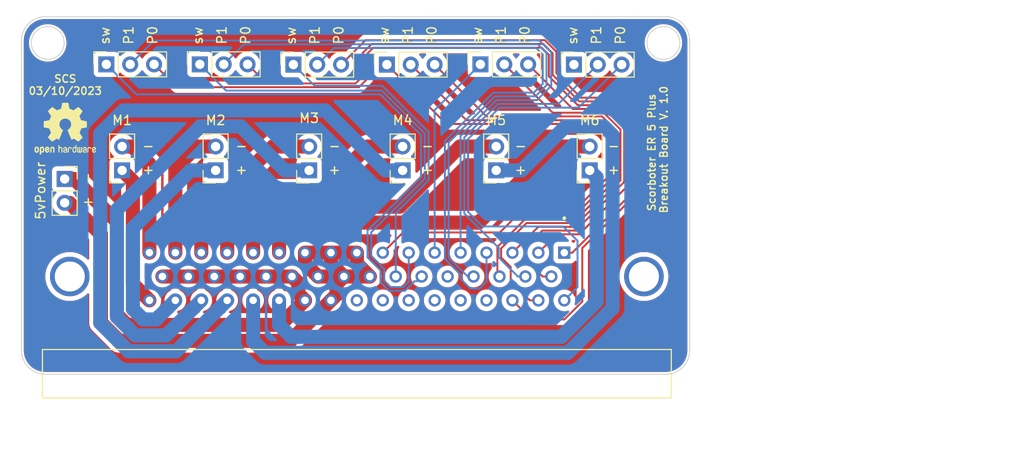
<source format=kicad_pcb>
(kicad_pcb (version 20221018) (generator pcbnew)
  (title_block (title "Scorboter ER 5 Plus Breakou Board") (date "2023-10-03") (rev "1") (company "Samir Chamán Serna") (comment 1 "Open Source") (comment 2 "My First PCB :)"))
  (layers (0 "F.Cu" signal) (31 "B.Cu" signal) (34 "B.Paste" user) (35 "F.Paste" user) (36 "B.SilkS" user "B.Silkscreen") (37 "F.SilkS" user "F.Silkscreen") (38 "B.Mask" user) (39 "F.Mask" user) (44 "Edge.Cuts" user))
  (net 0 "")
  (net 1 "sw1")
  (net 2 "e1P1")
  (net 3 "e1P0")
  (net 4 "sw2")
  (net 5 "e2P1")
  (net 6 "e2P0")
  (net 7 "sw3")
  (net 8 "e3P1")
  (net 9 "e3P0")
  (net 10 "sw4")
  (net 11 "e4P1")
  (net 12 "e4P0")
  (net 13 "sw5")
  (net 14 "e5P1")
  (net 15 "e5P0")
  (net 17 "e6P1")
  (net 18 "e6P0")
  (net 19 "+5V")
  (net 20 "M1-")
  (net 21 "M3-")
  (net 23 "M1+")
  (net 24 "M2+")
  (net 25 "M3+")
  (net 26 "M4+")
  (net 27 "M5+")
  (net 28 "M6+")
  (net 33 "M4-")
  (net 34 "M2-")
  (net 35 "M6-")
  (net 36 "GND")
  (net 39 "M5-")
  (footprint "Connector_PinSocket_2.54mm:PinSocket_1x02_P2.54mm_Vertical" (layer "F.Cu") (at 124.8043 107.816 180)
    (fp_text reference "M2" (at 0 5.334) (layer "F.SilkS"))
    (fp_text value "M20-9990246")
    (pad "1" thru_hole rect locked (at 0 0 180) (size 1.7 1.7) (drill 1) (layers "*.Cu" "*.Mask") (net 24 "M2+"))
    (pad "2" thru_hole oval locked (at 0 2.54 180) (size 1.7 1.7) (drill 1) (layers "*.Cu" "*.Mask") (net 34 "M2-"))
  )
  (footprint "Connector_PinSocket_2.54mm:PinSocket_1x02_P2.54mm_Vertical" (layer "F.Cu") (at 114.8505 107.816 180)
    (fp_text reference "M1" (at 0 5.334) (layer "F.SilkS"))
    (fp_text value "M20-9990246")
    (pad "1" thru_hole rect locked (at 0 0 180) (size 1.7 1.7) (drill 1) (layers "*.Cu" "*.Mask") (net 23 "M1+"))
    (pad "2" thru_hole oval locked (at 0 2.54 180) (size 1.7 1.7) (drill 1) (layers "*.Cu" "*.Mask") (net 20 "M1-"))
  )
  (footprint "Connector_PinSocket_2.54mm:PinSocket_1x03_P2.54mm_Vertical" (layer "F.Cu") (at 143.0339 96.545 90)
    (fp_text reference "e&sw4" hide)
    (fp_text value "61300311121")
    (pad "1" thru_hole rect (at 0 0 90) (size 1.7 1.7) (drill 1) (layers "*.Cu" "*.Mask") (net 10 "sw4"))
    (pad "2" thru_hole oval (at 0 2.54 90) (size 1.7 1.7) (drill 1) (layers "*.Cu" "*.Mask") (net 11 "e4P1"))
    (pad "3" thru_hole oval (at 0 5.08 90) (size 1.7 1.7) (drill 1) (layers "*.Cu" "*.Mask") (net 12 "e4P0"))
  )
  (footprint "Connector_PinSocket_2.54mm:PinSocket_1x03_P2.54mm_Vertical" (layer "F.Cu") (at 152.9877 96.52 90)
    (fp_text reference "e&sw5" hide)
    (fp_text value "61300311121")
    (pad "1" thru_hole rect (at 0 0 90) (size 1.7 1.7) (drill 1) (layers "*.Cu" "*.Mask") (net 13 "sw5"))
    (pad "2" thru_hole oval (at 0 2.54 90) (size 1.7 1.7) (drill 1) (layers "*.Cu" "*.Mask") (net 14 "e5P1"))
    (pad "3" thru_hole oval (at 0 5.08 90) (size 1.7 1.7) (drill 1) (layers "*.Cu" "*.Mask") (net 15 "e5P0"))
  )
  (footprint "Connector_PinSocket_2.54mm:PinSocket_1x03_P2.54mm_Vertical" (layer "F.Cu") (at 113.1725 96.52 90)
    (fp_text reference "e&sw1" hide)
    (fp_text value "61300311121")
    (pad "1" thru_hole rect (at 0 0 90) (size 1.7 1.7) (drill 1) (layers "*.Cu" "*.Mask") (net 1 "sw1"))
    (pad "2" thru_hole oval (at 0 2.54 90) (size 1.7 1.7) (drill 1) (layers "*.Cu" "*.Mask") (net 2 "e1P1"))
    (pad "3" thru_hole oval (at 0 5.08 90) (size 1.7 1.7) (drill 1) (layers "*.Cu" "*.Mask") (net 3 "e1P0"))
  )
  (footprint "Connector_PinSocket_2.54mm:PinSocket_1x02_P2.54mm_Vertical" (layer "F.Cu") (at 154.6657 107.816 180)
    (fp_text reference "M5" (at 0 5.334) (layer "F.SilkS"))
    (fp_text value "M20-9990246")
    (pad "1" thru_hole rect locked (at 0 0 180) (size 1.7 1.7) (drill 1) (layers "*.Cu" "*.Mask") (net 27 "M5+"))
    (pad "2" thru_hole oval locked (at 0 2.54 180) (size 1.7 1.7) (drill 1) (layers "*.Cu" "*.Mask") (net 39 "M5-"))
  )
  (footprint "Connector_PinSocket_2.54mm:PinSocket_1x02_P2.54mm_Vertical" (layer "F.Cu") (at 108.737 108.732)
    (fp_text reference "5vPower" (at -2.565 1.25 90) (layer "F.SilkS"))
    (fp_text value "M20-9990246")
    (pad "1" thru_hole rect locked (at 0 0) (size 1.7 1.7) (drill 1) (layers "*.Cu" "*.Mask") (net 36 "GND"))
    (pad "2" thru_hole oval locked (at 0 2.54) (size 1.7 1.7) (drill 1) (layers "*.Cu" "*.Mask") (net 19 "+5V"))
  )
  (footprint "Connector_PinSocket_2.54mm:PinSocket_1x03_P2.54mm_Vertical" (layer "F.Cu") (at 123.1263 96.52 90)
    (fp_text reference "e&sw2" hide)
    (fp_text value "61300311121")
    (pad "1" thru_hole rect (at 0 0 90) (size 1.7 1.7) (drill 1) (layers "*.Cu" "*.Mask") (net 4 "sw2"))
    (pad "2" thru_hole oval (at 0 2.54 90) (size 1.7 1.7) (drill 1) (layers "*.Cu" "*.Mask") (net 5 "e2P1"))
    (pad "3" thru_hole oval (at 0 5.08 90) (size 1.7 1.7) (drill 1) (layers "*.Cu" "*.Mask") (net 6 "e2P0"))
  )
  (footprint "Connector_PinSocket_2.54mm:PinSocket_1x03_P2.54mm_Vertical" (layer "F.Cu") (at 133.0801 96.545 90)
    (fp_text reference "e&sw3" hide)
    (fp_text value "61300311121")
    (pad "1" thru_hole rect (at 0 0 90) (size 1.7 1.7) (drill 1) (layers "*.Cu" "*.Mask") (net 7 "sw3"))
    (pad "2" thru_hole oval (at 0 2.54 90) (size 1.7 1.7) (drill 1) (layers "*.Cu" "*.Mask") (net 8 "e3P1"))
    (pad "3" thru_hole oval (at 0 5.08 90) (size 1.7 1.7) (drill 1) (layers "*.Cu" "*.Mask") (net 9 "e3P0"))
  )
  (footprint "Connector_PinSocket_2.54mm:PinSocket_1x02_P2.54mm_Vertical" (layer "F.Cu") (at 144.7119 107.816 180)
    (fp_text reference "M4" (at 0 5.334) (layer "F.SilkS"))
    (fp_text value "M20-9990246")
    (pad "1" thru_hole rect locked (at 0 0 180) (size 1.7 1.7) (drill 1) (layers "*.Cu" "*.Mask") (net 26 "M4+"))
    (pad "2" thru_hole oval locked (at 0 2.54 180) (size 1.7 1.7) (drill 1) (layers "*.Cu" "*.Mask") (net 33 "M4-"))
  )
  (footprint "SnapEDA:AMPHENOL_DD50S564TLF" (layer "F.Cu") (at 139.836 119.126)
    (fp_text reference "J1" hide)
    (fp_text value "DB-50")
    (pad "1" thru_hole rect locked (at 22.08 -2.54) (size 1.308 1.308) (drill 0.8) (layers "*.Cu" "*.Mask") (net 6 "e2P0"))
    (pad "2" thru_hole circle locked (at 19.32 -2.54) (size 1.308 1.308) (drill 0.8) (layers "*.Cu" "*.Mask") (net 3 "e1P0"))
    (pad "3" thru_hole circle locked (at 16.56 -2.54) (size 1.308 1.308) (drill 0.8) (layers "*.Cu" "*.Mask") (net 14 "e5P1"))
    (pad "4" thru_hole circle locked (at 13.8 -2.54) (size 1.308 1.308) (drill 0.8) (layers "*.Cu" "*.Mask") (net 8 "e3P1"))
    (pad "5" thru_hole circle locked (at 11.04 -2.54) (size 1.308 1.308) (drill 0.8) (layers "*.Cu" "*.Mask") (net 2 "e1P1"))
    (pad "6" thru_hole circle locked (at 8.28 -2.54) (size 1.308 1.308) (drill 0.8) (layers "*.Cu" "*.Mask") (net 13 "sw5"))
    (pad "7" thru_hole circle locked (at 5.52 -2.54) (size 1.308 1.308) (drill 0.8) (layers "*.Cu" "*.Mask") (net 4 "sw2"))
    (pad "8" thru_hole circle locked (at 2.76 -2.54) (size 1.308 1.308) (drill 0.8) (layers "*.Cu" "*.Mask") (net 10 "sw4"))
    (pad "9" thru_hole circle locked (at 0 -2.54) (size 1.308 1.308) (drill 0.8) (layers "*.Cu" "*.Mask") (net 19 "+5V"))
    (pad "10" thru_hole circle locked (at -2.76 -2.54) (size 1.308 1.308) (drill 0.8) (layers "*.Cu" "*.Mask") (net 19 "+5V"))
    (pad "11" thru_hole circle locked (at -5.52 -2.54) (size 1.308 1.308) (drill 0.8) (layers "*.Cu" "*.Mask") (net 19 "+5V"))
    (pad "12" thru_hole circle locked (at -8.28 -2.54) (size 1.308 1.308) (drill 0.8) (layers "*.Cu" "*.Mask") (net 35 "M6-"))
    (pad "13" thru_hole circle locked (at -11.04 -2.54) (size 1.308 1.308) (drill 0.8) (layers "*.Cu" "*.Mask") (net 39 "M5-"))
    (pad "14" thru_hole circle locked (at -13.8 -2.54) (size 1.308 1.308) (drill 0.8) (layers "*.Cu" "*.Mask") (net 33 "M4-"))
    (pad "15" thru_hole circle locked (at -16.56 -2.54) (size 1.308 1.308) (drill 0.8) (layers "*.Cu" "*.Mask") (net 21 "M3-"))
    (pad "16" thru_hole circle locked (at -19.32 -2.54) (size 1.308 1.308) (drill 0.8) (layers "*.Cu" "*.Mask") (net 34 "M2-"))
    (pad "17" thru_hole circle locked (at -22.08 -2.54) (size 1.308 1.308) (drill 0.8) (layers "*.Cu" "*.Mask") (net 20 "M1-"))
    (pad "18" thru_hole circle locked (at 20.7 0) (size 1.308 1.308) (drill 0.8) (layers "*.Cu" "*.Mask") (net 15 "e5P0"))
    (pad "19" thru_hole circle locked (at 17.94 0) (size 1.308 1.308) (drill 0.8) (layers "*.Cu" "*.Mask") (net 17 "e6P1"))
    (pad "20" thru_hole circle locked (at 15.18 0) (size 1.308 1.308) (drill 0.8) (layers "*.Cu" "*.Mask") (net 11 "e4P1"))
    (pad "21" thru_hole circle locked (at 12.42 0) (size 1.308 1.308) (drill 0.8) (layers "*.Cu" "*.Mask") (net 5 "e2P1"))
    (pad "22" thru_hole circle locked (at 9.66 0) (size 1.308 1.308) (drill 0.8) (layers "*.Cu" "*.Mask"))
    (pad "23" thru_hole circle locked (at 6.9 0) (size 1.308 1.308) (drill 0.8) (layers "*.Cu" "*.Mask") (net 1 "sw1"))
    (pad "24" thru_hole circle locked (at 4.14 0) (size 1.308 1.308) (drill 0.8) (layers "*.Cu" "*.Mask") (net 7 "sw3"))
    (pad "25" thru_hole circle locked (at 1.38 0) (size 1.308 1.308) (drill 0.8) (layers "*.Cu" "*.Mask") (net 19 "+5V"))
    (pad "26" thru_hole circle locked (at -1.38 0) (size 1.308 1.308) (drill 0.8) (layers "*.Cu" "*.Mask") (net 19 "+5V"))
    (pad "27" thru_hole circle locked (at -4.14 0) (size 1.308 1.308) (drill 0.8) (layers "*.Cu" "*.Mask") (net 19 "+5V"))
    (pad "28" thru_hole circle locked (at -6.9 0) (size 1.308 1.308) (drill 0.8) (layers "*.Cu" "*.Mask") (net 36 "GND"))
    (pad "29" thru_hole circle locked (at -9.66 0) (size 1.308 1.308) (drill 0.8) (layers "*.Cu" "*.Mask") (net 36 "GND"))
    (pad "30" thru_hole circle locked (at -12.42 0) (size 1.308 1.308) (drill 0.8) (layers "*.Cu" "*.Mask") (net 36 "GND"))
    (pad "31" thru_hole circle locked (at -15.18 0) (size 1.308 1.308) (drill 0.8) (layers "*.Cu" "*.Mask") (net 36 "GND"))
    (pad "32" thru_hole circle locked (at -17.94 0) (size 1.308 1.308) (drill 0.8) (layers "*.Cu" "*.Mask") (net 36 "GND"))
    (pad "33" thru_hole circle locked (at -20.7 0) (size 1.308 1.308) (drill 0.8) (layers "*.Cu" "*.Mask") (net 36 "GND"))
    (pad "34" thru_hole circle locked (at 22.08 2.54) (size 1.308 1.308) (drill 0.8) (layers "*.Cu" "*.Mask") (net 18 "e6P0"))
    (pad "35" thru_hole circle locked (at 19.32 2.54) (size 1.308 1.308) (drill 0.8) (layers "*.Cu" "*.Mask") (net 12 "e4P0"))
    (pad "36" thru_hole circle locked (at 16.56 2.54) (size 1.308 1.308) (drill 0.8) (layers "*.Cu" "*.Mask") (net 9 "e3P0"))
    (pad "37" thru_hole circle locked (at 13.8 2.54) (size 1.308 1.308) (drill 0.8) (layers "*.Cu" "*.Mask"))
    (pad "38" thru_hole circle locked (at 11.04 2.54) (size 1.308 1.308) (drill 0.8) (layers "*.Cu" "*.Mask"))
    (pad "39" thru_hole circle locked (at 8.28 2.54) (size 1.308 1.308) (drill 0.8) (layers "*.Cu" "*.Mask"))
    (pad "40" thru_hole circle locked (at 5.52 2.54) (size 1.308 1.308) (drill 0.8) (layers "*.Cu" "*.Mask"))
    (pad "41" thru_hole circle locked (at 2.76 2.54) (size 1.308 1.308) (drill 0.8) (layers "*.Cu" "*.Mask"))
    (pad "42" thru_hole circle locked (at 0 2.54) (size 1.308 1.308) (drill 0.8) (layers "*.Cu" "*.Mask"))
    (pad "43" thru_hole circle locked (at -2.76 2.54) (size 1.308 1.308) (drill 0.8) (layers "*.Cu" "*.Mask") (net 19 "+5V"))
    (pad "44" thru_hole circle locked (at -5.52 2.54) (size 1.308 1.308) (drill 0.8) (layers "*.Cu" "*.Mask") (net 36 "GND"))
    (pad "45" thru_hole circle locked (at -8.28 2.54) (size 1.308 1.308) (drill 0.8) (layers "*.Cu" "*.Mask") (net 28 "M6+"))
    (pad "46" thru_hole circle locked (at -11.04 2.54) (size 1.308 1.308) (drill 0.8) (layers "*.Cu" "*.Mask") (net 27 "M5+"))
    (pad "47" thru_hole circle locked (at -13.8 2.54) (size 1.308 1.308) (drill 0.8) (layers "*.Cu" "*.Mask") (net 26 "M4+"))
    (pad "48" thru_hole circle locked (at -16.56 2.54) (size 1.308 1.308) (drill 0.8) (layers "*.Cu" "*.Mask") (net 25 "M3+"))
    (pad "49" thru_hole circle locked (at -19.32 2.54) (size 1.308 1.308) (drill 0.8) (layers "*.Cu" "*.Mask") (net 24 "M2+"))
    (pad "50" thru_hole circle locked (at -22.08 2.54) (size 1.308 1.308) (drill 0.8) (layers "*.Cu" "*.Mask") (net 23 "M1+"))
    (pad "S1" thru_hole circle locked (at -30.555 0) (size 4.216 4.216) (drill 3.2) (layers "*.Cu" "*.Mask"))
    (pad "S2" thru_hole circle locked (at 30.555 0) (size 4.216 4.216) (drill 3.2) (layers "*.Cu" "*.Mask"))
  )
  (footprint "Connector_PinSocket_2.54mm:PinSocket_1x02_P2.54mm_Vertical" (layer "F.Cu") (at 164.6195 107.816 180)
    (fp_text reference "M6" (at 0 5.334) (layer "F.SilkS"))
    (fp_text value "M20-9990246")
    (pad "1" thru_hole rect locked (at 0 0 180) (size 1.7 1.7) (drill 1) (layers "*.Cu" "*.Mask") (net 28 "M6+"))
    (pad "2" thru_hole oval locked (at 0 2.54 180) (size 1.7 1.7) (drill 1) (layers "*.Cu" "*.Mask") (net 35 "M6-"))
  )
  (footprint "Symbol:OSHW-Logo2_7.3x6mm_SilkScreen" (layer "F.Cu") (at 108.80175 103.378)
    (fp_text reference "REF**" hide)
    (fp_text value "OSHW-Logo2_7.3x6mm_SilkScreen" hide)
  )
  (footprint "Connector_PinSocket_2.54mm:PinSocket_1x03_P2.54mm_Vertical" (layer "F.Cu") (at 162.9415 96.545 90)
    (fp_text reference "e&sw6" hide)
    (fp_text value "61300311121")
    (pad "1" thru_hole rect (at 0 0 90) (size 1.7 1.7) (drill 1) (layers "*.Cu" "*.Mask"))
    (pad "2" thru_hole oval (at 0 2.54 90) (size 1.7 1.7) (drill 1) (layers "*.Cu" "*.Mask") (net 17 "e6P1"))
    (pad "3" thru_hole oval (at 0 5.08 90) (size 1.7 1.7) (drill 1) (layers "*.Cu" "*.Mask") (net 18 "e6P0"))
  )
  (footprint "Connector_PinSocket_2.54mm:PinSocket_1x02_P2.54mm_Vertical" (layer "F.Cu") (at 134.7581 107.816 180)
    (fp_text reference "M3" (at 0 5.564) (layer "F.SilkS"))
    (fp_text value "M20-9990246")
    (pad "1" thru_hole rect locked (at 0 0 180) (size 1.7 1.7) (drill 1) (layers "*.Cu" "*.Mask") (net 25 "M3+"))
    (pad "2" thru_hole oval locked (at 0 2.54 180) (size 1.7 1.7) (drill 1) (layers "*.Cu" "*.Mask") (net 21 "M3-"))
  )
  (gr_arc (start 175.26 127) (mid 174.516051 128.796051) (end 172.72 129.54) (stroke (width 0.1)) (layer "Edge.Cuts"))
  (gr_arc (start 106.68 129.54) (mid 104.883949 128.796051) (end 104.14 127) (stroke (width 0.1)) (layer "Edge.Cuts"))
  (gr_rect (start 210.82 97.586) (end 210.82 97.586) (stroke (width 0.1)) (fill none) (layer "Edge.Cuts"))
  (gr_arc (start 172.72 91.44) (mid 174.516051 92.183949) (end 175.26 93.98) (stroke (width 0.1)) (layer "Edge.Cuts"))
  (gr_line (start 175.26 127) (end 175.26 93.98) (stroke (width 0.1)) (layer "Edge.Cuts"))
  (gr_line (start 106.68 129.54) (end 172.72 129.54) (stroke (width 0.1)) (layer "Edge.Cuts"))
  (gr_line (start 172.72 91.44) (end 106.68 91.44) (stroke (width 0.1)) (layer "Edge.Cuts"))
  (gr_arc (start 104.14 93.98) (mid 104.883949 92.183949) (end 106.68 91.44) (stroke (width 0.1)) (layer "Edge.Cuts"))
  (gr_circle (center 106.934 94.234) (end 108.684 94.234) (stroke (width 0.1)) (fill none) (layer "Edge.Cuts"))
  (gr_line (start 104.14 93.98) (end 104.14 127) (stroke (width 0.1)) (layer "Edge.Cuts"))
  (gr_circle (center 172.466 94.234) (end 174.216 94.234) (stroke (width 0.1)) (fill none) (layer "Edge.Cuts"))
  (gr_text locked "-" (at 167.894 104.768 180) (layer "F.SilkS") (effects (font (size 1 1)) (justify left bottom)))
  (gr_text locked "-" (at 110.744 107.95 -90) (layer "F.SilkS") (effects (font (size 1 1)) (justify left bottom)))
  (gr_text locked "sw" (at 163.382 94.488 90) (layer "F.SilkS") (effects (font (size 1 1)) (justify left bottom)))
  (gr_text locked "+" (at 128.27 107.308 180) (layer "F.SilkS") (effects (font (size 1 1)) (justify left bottom)))
  (gr_text locked "P1" (at 126.044 94.488 90) (layer "F.SilkS") (effects (font (size 1 1)) (justify left bottom)))
  (gr_text locked "P0" (at 168.462 94.488 90) (layer "F.SilkS") (effects (font (size 1 1)) (justify left bottom)))
  (gr_text locked "P1" (at 145.856 94.488 90) (layer "F.SilkS") (effects (font (size 1 1)) (justify left bottom)))
  (gr_text locked "sw" (at 123.504 94.488 90) (layer "F.SilkS") (effects (font (size 1 1)) (justify left bottom)))
  (gr_text locked "-" (at 148.082 104.768 180) (layer "F.SilkS") (effects (font (size 1 1)) (justify left bottom)))
  (gr_text "SCS\n03/10/2023" (at 108.80175 99.822) (layer "F.SilkS") (effects (font (size 0.8 0.8) (thickness 0.15) bold) (justify bottom)))
  (gr_text locked "sw" (at 153.222 94.488 90) (layer "F.SilkS") (effects (font (size 1 1)) (justify left bottom)))
  (gr_text locked "sw" (at 143.316 94.488 90) (layer "F.SilkS") (effects (font (size 1 1)) (justify left bottom)))
  (gr_text locked "P0" (at 128.584 94.488 90) (layer "F.SilkS") (effects (font (size 1 1)) (justify left bottom)))
  (gr_text locked "-" (at 157.988 104.768 180) (layer "F.SilkS") (effects (font (size 1 1)) (justify left bottom)))
  (gr_text locked "P1" (at 155.762 94.488 90) (layer "F.SilkS") (effects (font (size 1 1)) (justify left bottom)))
  (gr_text locked "P1" (at 165.922 94.488 90) (layer "F.SilkS") (effects (font (size 1 1)) (justify left bottom)))
  (gr_text locked "P1" (at 135.95 94.488 90) (layer "F.SilkS") (effects (font (size 1 1)) (justify left bottom)))
  (gr_text locked "P0" (at 118.678 94.488 90) (layer "F.SilkS") (effects (font (size 1 1)) (justify left bottom)))
  (gr_text locked "sw" (at 113.598 94.488 90) (layer "F.SilkS") (effects (font (size 1 1)) (justify left bottom)))
  (gr_text locked "+" (at 148.082 107.308 180) (layer "F.SilkS") (effects (font (size 1 1)) (justify left bottom)))
  (gr_text "Scorboter ER 5 Plus \nBreakout Board V. 1.0" (at 172.974 105.602751 90) (layer "F.SilkS") (effects (font (size 0.8 0.8) (thickness 0.15) bold) (justify bottom)))
  (gr_text locked "+" (at 167.894 107.308 180) (layer "F.SilkS") (effects (font (size 1 1)) (justify left bottom)))
  (gr_text locked "+" (at 110.744 110.49 -90) (layer "F.SilkS") (effects (font (size 1 1)) (justify left bottom)))
  (gr_text locked "+" (at 138.176 107.308 180) (layer "F.SilkS") (effects (font (size 1 1)) (justify left bottom)))
  (gr_text locked "+" (at 118.364 107.308 180) (layer "F.SilkS") (effects (font (size 1 1)) (justify left bottom)))
  (gr_text locked "P0" (at 138.49 94.488 90) (layer "F.SilkS") (effects (font (size 1 1)) (justify left bottom)))
  (gr_text locked "-" (at 138.176 104.768 180) (layer "F.SilkS") (effects (font (size 1 1)) (justify left bottom)))
  (gr_text locked "P0" (at 148.396 94.488 90) (layer "F.SilkS") (effects (font (size 1 1)) (justify left bottom)))
  (gr_text locked "P1" (at 116.138 94.488 90) (layer "F.SilkS") (effects (font (size 1 1)) (justify left bottom)))
  (gr_text locked "P0" (at 158.302 94.488 90) (layer "F.SilkS") (effects (font (size 1 1)) (justify left bottom)))
  (gr_text locked "sw" (at 133.41 94.488 90) (layer "F.SilkS") (effects (font (size 1 1)) (justify left bottom)))
  (gr_text locked "-" (at 128.27 104.768 180) (layer "F.SilkS") (effects (font (size 1 1)) (justify left bottom)))
  (gr_text locked "+" (at 157.988 107.308 180) (layer "F.SilkS") (effects (font (size 1 1)) (justify left bottom)))
  (gr_text locked "-" (at 118.364 104.768 180) (layer "F.SilkS") (effects (font (size 1 1)) (justify left bottom)))
  (segment (start 140.97 117.093999) (end 140.97 114.242314) (width 0.2) (layer "B.Cu") (net 1))
  (segment (start 146.666 108.546314) (end 146.666 104.051686) (width 0.2) (layer "B.Cu") (net 1))
  (segment (start 146.736 119.126) (end 146.228 119.634) (width 0.2) (layer "B.Cu") (net 1))
  (segment (start 144.945686 120.65) (end 143.256 120.65) (width 0.2) (layer "B.Cu") (net 1))
  (segment (start 142.348 119.742) (end 142.348 118.472) (width 0.2) (layer "B.Cu") (net 1))
  (segment (start 146.666 104.051686) (end 142.328314 99.714) (width 0.2) (layer "B.Cu") (net 1))
  (segment (start 146.228 119.634) (end 145.961686 119.634) (width 0.2) (layer "B.Cu") (net 1))
  (segment (start 145.961686 119.634) (end 144.945686 120.65) (width 0.2) (layer "B.Cu") (net 1))
  (segment (start 142.328314 99.714) (end 116.3665 99.714) (width 0.2) (layer "B.Cu") (net 1))
  (segment (start 140.97 114.242314) (end 146.666 108.546314) (width 0.2) (layer "B.Cu") (net 1))
  (segment (start 143.256 120.65) (end 142.348 119.742) (width 0.2) (layer "B.Cu") (net 1))
  (segment (start 116.3665 99.714) (end 113.1725 96.52) (width 0.2) (layer "B.Cu") (net 1))
  (segment (start 142.348 118.472) (end 140.97 117.093999) (width 0.2) (layer "B.Cu") (net 1))
  (segment (start 160.528 95.25) (end 159.258 93.98) (width 0.2) (layer "B.Cu") (net 2))
  (segment (start 159.004 100.33) (end 160.528 98.806) (width 0.2) (layer "B.Cu") (net 2))
  (segment (start 150.876 116.586) (end 150.876 104.14) (width 0.2) (layer "B.Cu") (net 2))
  (segment (start 160.528 98.806) (end 160.528 95.25) (width 0.2) (layer "B.Cu") (net 2))
  (segment (start 150.876 104.14) (end 154.686 100.33) (width 0.2) (layer "B.Cu") (net 2))
  (segment (start 159.258 93.98) (end 118.2525 93.98) (width 0.2) (layer "B.Cu") (net 2))
  (segment (start 154.686 100.33) (end 159.004 100.33) (width 0.2) (layer "B.Cu") (net 2))
  (segment (start 118.2525 93.98) (end 115.7125 96.52) (width 0.2) (layer "B.Cu") (net 2))
  (segment (start 141.589446 94.742) (end 140.97 95.361446) (width 0.2) (layer "F.Cu") (net 3))
  (segment (start 140.97 98.044) (end 140.062 98.952) (width 0.2) (layer "F.Cu") (net 3))
  (segment (start 120.6845 98.952) (end 118.2525 96.52) (width 0.2) (layer "F.Cu") (net 3))
  (segment (start 160.274 95.504) (end 159.512 94.742) (width 0.2) (layer "F.Cu") (net 3))
  (segment (start 166.436425 100.87) (end 163.354 100.87) (width 0.2) (layer "F.Cu") (net 3))
  (segment (start 161.112 114.63) (end 163.5 114.63) (width 0.2) (layer "F.Cu") (net 3))
  (segment (start 163.5 114.63) (end 168.694 109.436) (width 0.2) (layer "F.Cu") (net 3))
  (segment (start 159.512 94.742) (end 141.589446 94.742) (width 0.2) (layer "F.Cu") (net 3))
  (segment (start 168.694 109.436) (end 168.694 103.127572) (width 0.2) (layer "F.Cu") (net 3))
  (segment (start 168.694 103.127572) (end 166.436425 100.87) (width 0.2) (layer "F.Cu") (net 3))
  (segment (start 140.97 95.361446) (end 140.97 98.044) (width 0.2) (layer "F.Cu") (net 3))
  (segment (start 160.274 97.79) (end 160.274 95.504) (width 0.2) (layer "F.Cu") (net 3))
  (segment (start 140.062 98.952) (end 120.6845 98.952) (width 0.2) (layer "F.Cu") (net 3))
  (segment (start 163.354 100.87) (end 160.274 97.79) (width 0.2) (layer "F.Cu") (net 3))
  (segment (start 159.156 116.586) (end 161.112 114.63) (width 0.2) (layer "F.Cu") (net 3))
  (segment (start 145.356 119.674) (end 144.78 120.25) (width 0.2) (layer "B.Cu") (net 4))
  (segment (start 147.066 108.712) (end 147.066 103.886) (width 0.2) (layer "B.Cu") (net 4))
  (segment (start 141.37 114.408) (end 147.066 108.712) (width 0.2) (layer "B.Cu") (net 4))
  (segment (start 125.9203 99.314) (end 123.1263 96.52) (width 0.2) (layer "B.Cu") (net 4))
  (segment (start 147.066 103.886) (end 142.494 99.314) (width 0.2) (layer "B.Cu") (net 4))
  (segment (start 142.748 118.306314) (end 141.37 116.928314) (width 0.2) (layer "B.Cu") (net 4))
  (segment (start 142.748 119.576314) (end 142.748 118.306314) (width 0.2) (layer "B.Cu") (net 4))
  (segment (start 142.494 99.314) (end 125.9203 99.314) (width 0.2) (layer "B.Cu") (net 4))
  (segment (start 145.356 116.586) (end 145.356 119.674) (width 0.2) (layer "B.Cu") (net 4))
  (segment (start 143.421686 120.25) (end 142.748 119.576314) (width 0.2) (layer "B.Cu") (net 4))
  (segment (start 144.78 120.25) (end 143.421686 120.25) (width 0.2) (layer "B.Cu") (net 4))
  (segment (start 141.37 116.928314) (end 141.37 114.408) (width 0.2) (layer "B.Cu") (net 4))
  (segment (start 159.092314 94.38) (end 127.8063 94.38) (width 0.2) (layer "B.Cu") (net 5))
  (segment (start 149.606 104.844315) (end 154.520315 99.93) (width 0.2) (layer "B.Cu") (net 5))
  (segment (start 158.838314 99.93) (end 160.02 98.748314) (width 0.2) (layer "B.Cu") (net 5))
  (segment (start 160.02 95.307686) (end 159.092314 94.38) (width 0.2) (layer "B.Cu") (net 5))
  (segment (start 127.8063 94.38) (end 125.6663 96.52) (width 0.2) (layer "B.Cu") (net 5))
  (segment (start 149.606 117.094) (end 149.606 104.844315) (width 0.2) (layer "B.Cu") (net 5))
  (segment (start 154.520315 99.93) (end 158.838314 99.93) (width 0.2) (layer "B.Cu") (net 5))
  (segment (start 152.256 119.126) (end 151.638 119.126) (width 0.2) (layer "B.Cu") (net 5))
  (segment (start 160.02 98.748314) (end 160.02 95.307686) (width 0.2) (layer "B.Cu") (net 5))
  (segment (start 151.638 119.126) (end 149.606 117.094) (width 0.2) (layer "B.Cu") (net 5))
  (segment (start 140.462 97.79) (end 139.7 98.552) (width 0.2) (layer "F.Cu") (net 6))
  (segment (start 163.519686 100.47) (end 160.674 97.624314) (width 0.2) (layer "F.Cu") (net 6))
  (segment (start 166.60211 100.47) (end 163.519686 100.47) (width 0.2) (layer "F.Cu") (net 6))
  (segment (start 169.094 102.961886) (end 166.60211 100.47) (width 0.2) (layer "F.Cu") (net 6))
  (segment (start 130.2383 98.552) (end 128.2063 96.52) (width 0.2) (layer "F.Cu") (net 6))
  (segment (start 140.462 95.30376) (end 140.462 97.79) (width 0.2) (layer "F.Cu") (net 6))
  (segment (start 159.677685 94.342) (end 141.42376 94.342) (width 0.2) (layer "F.Cu") (net 6))
  (segment (start 160.674 97.624314) (end 160.674 95.338314) (width 0.2) (layer "F.Cu") (net 6))
  (segment (start 141.42376 94.342) (end 140.462 95.30376) (width 0.2) (layer "F.Cu") (net 6))
  (segment (start 162.77 116.586) (end 169.094 110.262) (width 0.2) (layer "F.Cu") (net 6))
  (segment (start 169.094 110.262) (end 169.094 102.961886) (width 0.2) (layer "F.Cu") (net 6))
  (segment (start 161.916 116.586) (end 162.77 116.586) (width 0.2) (layer "F.Cu") (net 6))
  (segment (start 139.7 98.552) (end 130.2383 98.552) (width 0.2) (layer "F.Cu") (net 6))
  (segment (start 160.674 95.338314) (end 159.677685 94.342) (width 0.2) (layer "F.Cu") (net 6))
  (segment (start 135.3411 98.806) (end 133.0801 96.545) (width 0.2) (layer "B.Cu") (net 7))
  (segment (start 143.976 119.126) (end 143.976 112.367686) (width 0.2) (layer "B.Cu") (net 7))
  (segment (start 142.551686 98.806) (end 135.3411 98.806) (width 0.2) (layer "B.Cu") (net 7))
  (segment (start 147.466 103.720314) (end 142.551686 98.806) (width 0.2) (layer "B.Cu") (net 7))
  (segment (start 143.976 112.367686) (end 147.466 108.877685) (width 0.2) (layer "B.Cu") (net 7))
  (segment (start 147.466 108.877685) (end 147.466 103.720314) (width 0.2) (layer "B.Cu") (net 7))
  (segment (start 153.636 116.586) (end 153.636 119.668) (width 0.2) (layer "B.Cu") (net 8))
  (segment (start 159.62 95.473372) (end 158.926628 94.78) (width 0.2) (layer "B.Cu") (net 8))
  (segment (start 151.892 120.396) (end 150.876 119.38) (width 0.2) (layer "B.Cu") (net 8))
  (segment (start 149.206 104.678629) (end 154.35463 99.53) (width 0.2) (layer "B.Cu") (net 8))
  (segment (start 137.3851 94.78) (end 135.6201 96.545) (width 0.2) (layer "B.Cu") (net 8))
  (segment (start 152.908 120.396) (end 151.892 120.396) (width 0.2) (layer "B.Cu") (net 8))
  (segment (start 149.206 117.259686) (end 149.206 104.678629) (width 0.2) (layer "B.Cu") (net 8))
  (segment (start 150.876 119.38) (end 150.876 118.929686) (width 0.2) (layer "B.Cu") (net 8))
  (segment (start 158.672628 99.53) (end 159.62 98.582628) (width 0.2) (layer "B.Cu") (net 8))
  (segment (start 154.35463 99.53) (end 158.672628 99.53) (width 0.2) (layer "B.Cu") (net 8))
  (segment (start 150.876 118.929686) (end 149.206 117.259686) (width 0.2) (layer "B.Cu") (net 8))
  (segment (start 159.62 98.582628) (end 159.62 95.473372) (width 0.2) (layer "B.Cu") (net 8))
  (segment (start 153.636 119.668) (end 152.908 120.396) (width 0.2) (layer "B.Cu") (net 8))
  (segment (start 158.926628 94.78) (end 137.3851 94.78) (width 0.2) (layer "B.Cu") (net 8))
  (segment (start 140.7631 93.942) (end 138.1601 96.545) (width 0.2) (layer "F.Cu") (net 9))
  (segment (start 161.925 123.698) (end 163.83 121.793) (width 0.2) (layer "F.Cu") (net 9))
  (segment (start 169.494 110.427685) (end 169.494 102.796201) (width 0.2) (layer "F.Cu") (net 9))
  (segment (start 156.396 121.666) (end 158.428 123.698) (width 0.2) (layer "F.Cu") (net 9))
  (segment (start 161.074 95.172628) (end 159.84337 93.942) (width 0.2) (layer "F.Cu") (net 9))
  (segment (start 163.83 121.793) (end 163.83 116.091686) (width 0.2) (layer "F.Cu") (net 9))
  (segment (start 159.84337 93.942) (end 140.7631 93.942) (width 0.2) (layer "F.Cu") (net 9))
  (segment (start 161.074 97.458628) (end 161.074 95.172628) (width 0.2) (layer "F.Cu") (net 9))
  (segment (start 163.685372 100.07) (end 161.074 97.458628) (width 0.2) (layer "F.Cu") (net 9))
  (segment (start 163.83 116.091686) (end 169.494 110.427685) (width 0.2) (layer "F.Cu") (net 9))
  (segment (start 158.428 123.698) (end 161.925 123.698) (width 0.2) (layer "F.Cu") (net 9))
  (segment (start 169.494 102.796201) (end 166.767799 100.07) (width 0.2) (layer "F.Cu") (net 9))
  (segment (start 166.767799 100.07) (end 163.685372 100.07) (width 0.2) (layer "F.Cu") (net 9))
  (segment (start 166.624 103.886) (end 165.608 102.87) (width 0.2) (layer "F.Cu") (net 10))
  (segment (start 155.062 114.432) (end 156.972 112.522) (width 0.2) (layer "F.Cu") (net 10))
  (segment (start 156.972 112.522) (end 162.56 112.522) (width 0.2) (layer "F.Cu") (net 10))
  (segment (start 144.75 114.432) (end 155.062 114.432) (width 0.2) (layer "F.Cu") (net 10))
  (segment (start 162.56 112.522) (end 166.624 108.458) (width 0.2) (layer "F.Cu") (net 10))
  (segment (start 149.3589 102.87) (end 143.0339 96.545) (width 0.2) (layer "F.Cu") (net 10))
  (segment (start 166.624 108.458) (end 166.624 103.886) (width 0.2) (layer "F.Cu") (net 10))
  (segment (start 142.596 116.586) (end 144.75 114.432) (width 0.2) (layer "F.Cu") (net 10))
  (segment (start 165.608 102.87) (end 149.3589 102.87) (width 0.2) (layer "F.Cu") (net 10))
  (segment (start 151.4989 102.47) (end 145.5739 96.545) (width 0.2) (layer "F.Cu") (net 11))
  (segment (start 167.024 103.720314) (end 165.773685 102.47) (width 0.2) (layer "F.Cu") (net 11))
  (segment (start 157.734 113.03) (end 162.617685 113.03) (width 0.2) (layer "F.Cu") (net 11))
  (segment (start 154.794 118.904) (end 154.794 115.970001) (width 0.2) (layer "F.Cu") (net 11))
  (segment (start 165.773685 102.47) (end 151.4989 102.47) (width 0.2) (layer "F.Cu") (net 11))
  (segment (start 167.024 108.623685) (end 167.024 103.720314) (width 0.2) (layer "F.Cu") (net 11))
  (segment (start 155.016 119.126) (end 154.794 118.904) (width 0.2) (layer "F.Cu") (net 11))
  (segment (start 154.794 115.970001) (end 157.734 113.03) (width 0.2) (layer "F.Cu") (net 11))
  (segment (start 162.617685 113.03) (end 167.024 108.623685) (width 0.2) (layer "F.Cu") (net 11))
  (segment (start 167.424 108.78937) (end 167.424 103.554628) (width 0.2) (layer "F.Cu") (net 12))
  (segment (start 156.21 118.11) (end 155.194 117.094) (width 0.2) (layer "F.Cu") (net 12))
  (segment (start 156.21 119.644895) (end 156.21 118.11) (width 0.2) (layer "F.Cu") (net 12))
  (segment (start 157.899686 113.43) (end 162.783371 113.43) (width 0.2) (layer "F.Cu") (net 12))
  (segment (start 155.194 117.094) (end 155.194 116.135686) (width 0.2) (layer "F.Cu") (net 12))
  (segment (start 167.424 103.554628) (end 165.93937 102.07) (width 0.2) (layer "F.Cu") (net 12))
  (segment (start 162.783371 113.43) (end 167.424 108.78937) (width 0.2) (layer "F.Cu") (net 12))
  (segment (start 155.194 116.135686) (end 157.899686 113.43) (width 0.2) (layer "F.Cu") (net 12))
  (segment (start 159.156 121.666) (end 158.231105 121.666) (width 0.2) (layer "F.Cu") (net 12))
  (segment (start 165.93937 102.07) (end 153.6389 102.07) (width 0.2) (layer "F.Cu") (net 12))
  (segment (start 158.231105 121.666) (end 156.21 119.644895) (width 0.2) (layer "F.Cu") (net 12))
  (segment (start 153.6389 102.07) (end 148.1139 96.545) (width 0.2) (layer "F.Cu") (net 12))
  (segment (start 148.116 101.3917) (end 152.9877 96.52) (width 0.2) (layer "B.Cu") (net 13))
  (segment (start 148.116 116.586) (end 148.116 101.3917) (width 0.2) (layer "B.Cu") (net 13))
  (segment (start 167.894 103.458944) (end 166.105055 101.67) (width 0.2) (layer "F.Cu") (net 14))
  (segment (start 160.6777 101.67) (end 155.5277 96.52) (width 0.2) (layer "F.Cu") (net 14))
  (segment (start 167.894 108.885057) (end 167.894 103.458944) (width 0.2) (layer "F.Cu") (net 14))
  (segment (start 159.152 113.83) (end 162.949057 113.83) (width 0.2) (layer "F.Cu") (net 14))
  (segment (start 156.396 116.586) (end 159.152 113.83) (width 0.2) (layer "F.Cu") (net 14))
  (segment (start 166.105055 101.67) (end 160.6777 101.67) (width 0.2) (layer "F.Cu") (net 14))
  (segment (start 162.949057 113.83) (end 167.894 108.885057) (width 0.2) (layer "F.Cu") (net 14))
  (segment (start 168.294 103.293258) (end 166.27074 101.27) (width 0.2) (layer "F.Cu") (net 15))
  (segment (start 157.734 116.078) (end 159.582 114.23) (width 0.2) (layer "F.Cu") (net 15))
  (segment (start 163.114743 114.23) (end 168.294 109.050742) (width 0.2) (layer "F.Cu") (net 15))
  (segment (start 159.582 114.23) (end 163.114743 114.23) (width 0.2) (layer "F.Cu") (net 15))
  (segment (start 160.536 119.126) (end 159.611105 119.126) (width 0.2) (layer "F.Cu") (net 15))
  (segment (start 168.294 109.050742) (end 168.294 103.293258) (width 0.2) (layer "F.Cu") (net 15))
  (segment (start 166.27074 101.27) (end 162.8177 101.27) (width 0.2) (layer "F.Cu") (net 15))
  (segment (start 162.8177 101.27) (end 158.0677 96.52) (width 0.2) (layer "F.Cu") (net 15))
  (segment (start 157.734 117.248895) (end 157.734 116.078) (width 0.2) (layer "F.Cu") (net 15))
  (segment (start 159.611105 119.126) (end 157.734 117.248895) (width 0.2) (layer "F.Cu") (net 15))
  (segment (start 151.276 104.305686) (end 154.851686 100.73) (width 0.2) (layer "B.Cu") (net 17))
  (segment (start 156.972 119.126) (end 154.94 117.094) (width 0.2) (layer "B.Cu") (net 17))
  (segment (start 151.276 112.414) (end 151.276 104.305686) (width 0.2) (layer "B.Cu") (net 17))
  (segment (start 157.776 119.126) (end 156.972 119.126) (width 0.2) (layer "B.Cu") (net 17))
  (segment (start 154.94 116.078) (end 151.276 112.414) (width 0.2) (layer "B.Cu") (net 17))
  (segment (start 154.851686 100.73) (end 161.2965 100.73) (width 0.2) (layer "B.Cu") (net 17))
  (segment (start 154.94 117.094) (end 154.94 116.078) (width 0.2) (layer "B.Cu") (net 17))
  (segment (start 161.2965 100.73) (end 165.4815 96.545) (width 0.2) (layer "B.Cu") (net 17))
  (segment (start 151.676 112.248314) (end 151.676 104.471372) (width 0.2) (layer "B.Cu") (net 18))
  (segment (start 161.916 121.666) (end 163.322 120.26) (width 0.2) (layer "B.Cu") (net 18))
  (segment (start 163.322 115.316) (end 161.798 113.792) (width 0.2) (layer "B.Cu") (net 18))
  (segment (start 163.322 120.26) (end 163.322 115.316) (width 0.2) (layer "B.Cu") (net 18))
  (segment (start 161.798 113.792) (end 153.219686 113.792) (width 0.2) (layer "B.Cu") (net 18))
  (segment (start 153.219686 113.792) (end 151.676 112.248314) (width 0.2) (layer "B.Cu") (net 18))
  (segment (start 151.676 104.471372) (end 155.017372 101.13) (width 0.2) (layer "B.Cu") (net 18))
  (segment (start 155.017372 101.13) (end 163.4365 101.13) (width 0.2) (layer "B.Cu") (net 18))
  (segment (start 163.4365 101.13) (end 168.0215 96.545) (width 0.2) (layer "B.Cu") (net 18))
  (segment (start 137.668 119.914) (end 137.668 121.074) (width 1.5) (layer "F.Cu") (net 19))
  (segment (start 132.758 125.984) (end 137.076 121.666) (width 1.5) (layer "F.Cu") (net 19))
  (segment (start 137.668 121.074) (end 137.076 121.666) (width 1.5) (layer "F.Cu") (net 19))
  (segment (start 112.6 114.632) (end 112.6 124.03) (width 1.5) (layer "F.Cu") (net 19))
  (segment (start 139.836 116.586) (end 139.836 117.746) (width 1.5) (layer "F.Cu") (net 19))
  (segment (start 109.24 111.272) (end 112.6 114.632) (width 1.5) (layer "F.Cu") (net 19))
  (segment (start 137.076 116.586) (end 137.076 117.746) (width 1.5) (layer "F.Cu") (net 19))
  (segment (start 135.696 119.126) (end 141.216 119.126) (width 1.5) (layer "F.Cu") (net 19))
  (segment (start 138.456 119.126) (end 137.668 119.914) (width 1.5) (layer "F.Cu") (net 19))
  (segment (start 139.836 117.746) (end 141.216 119.126) (width 1.5) (layer "F.Cu") (net 19))
  (segment (start 108.737 111.272) (end 109.24 111.272) (width 1.5) (layer "F.Cu") (net 19))
  (segment (start 134.316 116.586) (end 134.316 117.746) (width 1.5) (layer "F.Cu") (net 19))
  (segment (start 137.076 117.746) (end 138.456 119.126) (width 1.5) (layer "F.Cu") (net 19))
  (segment (start 114.554 125.984) (end 132.758 125.984) (width 1.5) (layer "F.Cu") (net 19))
  (segment (start 134.316 117.746) (end 135.696 119.126) (width 1.5) (layer "F.Cu") (net 19))
  (segment (start 112.6 124.03) (end 114.554 125.984) (width 1.5) (layer "F.Cu") (net 19))
  (segment (start 134.316 116.586) (end 139.836 116.586) (width 1.5) (layer "F.Cu") (net 19))
  (segment (start 115.9105 105.276) (end 114.8505 105.276) (width 1.5) (layer "F.Cu") (net 20))
  (segment (start 117.756 107.1215) (end 115.9105 105.276) (width 1.5) (layer "F.Cu") (net 20))
  (segment (start 117.756 116.586) (end 117.756 107.1215) (width 1.5) (layer "F.Cu") (net 20))
  (segment (start 123.276 112.896019) (end 130.896019 105.276) (width 1.5) (layer "F.Cu") (net 21))
  (segment (start 123.276 116.586) (end 123.276 112.896019) (width 1.5) (layer "F.Cu") (net 21))
  (segment (start 130.896019 105.276) (end 134.7581 105.276) (width 1.5) (layer "F.Cu") (net 21))
  (segment (start 116 119.91) (end 116 108.9655) (width 1.5) (layer "F.Cu") (net 23))
  (segment (start 117.756 121.666) (end 116 119.91) (width 1.5) (layer "F.Cu") (net 23))
  (segment (start 116 108.9655) (end 114.8505 107.816) (width 1.5) (layer "F.Cu") (net 23))
  (segment (start 117.094 123.698) (end 116 122.604) (width 1.5) (layer "B.Cu") (net 24))
  (segment (start 116 113.9603) (end 122.1443 107.816) (width 1.5) (layer "B.Cu") (net 24))
  (segment (start 122.1443 107.816) (end 124.8043 107.816) (width 1.5) (layer "B.Cu") (net 24))
  (segment (start 120.516 121.666) (end 118.484 123.698) (width 1.5) (layer "B.Cu") (net 24))
  (segment (start 118.484 123.698) (end 117.094 123.698) (width 1.5) (layer "B.Cu") (net 24))
  (segment (start 116 122.604) (end 116 113.9603) (width 1.5) (layer "B.Cu") (net 24))
  (segment (start 127.464 103.124) (end 132.156 107.816) (width 1.5) (layer "B.Cu") (net 25))
  (segment (start 114.3 112.014) (end 123.19 103.124) (width 1.5) (layer "B.Cu") (net 25))
  (segment (start 119.544 125.398) (end 116.254 125.398) (width 1.5) (layer "B.Cu") (net 25))
  (segment (start 114.3 123.444) (end 114.3 112.014) (width 1.5) (layer "B.Cu") (net 25))
  (segment (start 116.254 125.398) (end 114.3 123.444) (width 1.5) (layer "B.Cu") (net 25))
  (segment (start 132.156 107.816) (end 134.7581 107.816) (width 1.5) (layer "B.Cu") (net 25))
  (segment (start 123.19 103.124) (end 127.464 103.124) (width 1.5) (layer "B.Cu") (net 25))
  (segment (start 123.276 121.666) (end 119.544 125.398) (width 1.5) (layer "B.Cu") (net 25))
  (segment (start 112.522 124.070164) (end 112.522 103.886) (width 1.5) (layer "B.Cu") (net 26))
  (segment (start 126.036 121.666) (end 120.604 127.098) (width 1.5) (layer "B.Cu") (net 26))
  (segment (start 120.604 127.098) (end 115.549836 127.098) (width 1.5) (layer "B.Cu") (net 26))
  (segment (start 115.549836 127.098) (end 112.522 124.070164) (width 1.5) (layer "B.Cu") (net 26))
  (segment (start 112.522 103.886) (end 114.984 101.424) (width 1.5) (layer "B.Cu") (net 26))
  (segment (start 114.984 101.424) (end 136.476 101.424) (width 1.5) (layer "B.Cu") (net 26))
  (segment (start 136.476 101.424) (end 142.868 107.816) (width 1.5) (layer "B.Cu") (net 26))
  (segment (start 142.868 107.816) (end 144.7119 107.816) (width 1.5) (layer "B.Cu") (net 26))
  (segment (start 166.116 103.124) (end 162.052 103.124) (width 1.5) (layer "B.Cu") (net 27))
  (segment (start 167.054 122.505999) (end 167.054 104.062) (width 1.5) (layer "B.Cu") (net 27))
  (segment (start 128.796 121.666) (end 128.796 126.002) (width 1.5) (layer "B.Cu") (net 27))
  (segment (start 162.052 103.124) (end 157.36 107.816) (width 1.5) (layer "B.Cu") (net 27))
  (segment (start 162.306 127.254) (end 167.054 122.505999) (width 1.5) (layer "B.Cu") (net 27))
  (segment (start 130.048 127.254) (end 162.306 127.254) (width 1.5) (layer "B.Cu") (net 27))
  (segment (start 157.36 107.816) (end 154.6657 107.816) (width 1.5) (layer "B.Cu") (net 27))
  (segment (start 167.054 104.062) (end 166.116 103.124) (width 1.5) (layer "B.Cu") (net 27))
  (segment (start 128.796 126.002) (end 130.048 127.254) (width 1.5) (layer "B.Cu") (net 27))
  (segment (start 165.354 121.801836) (end 165.354 108.5505) (width 1.5) (layer "B.Cu") (net 28))
  (segment (start 161.601836 125.554) (end 165.354 121.801836) (width 1.5) (layer "B.Cu") (net 28))
  (segment (start 131.556 124.268) (end 132.842 125.554) (width 1.5) (layer "B.Cu") (net 28))
  (segment (start 131.556 121.666) (end 131.556 124.268) (width 1.5) (layer "B.Cu") (net 28))
  (segment (start 132.842 125.554) (end 161.601836 125.554) (width 1.5) (layer "B.Cu") (net 28))
  (segment (start 165.354 108.5505) (end 164.6195 107.816) (width 1.5) (layer "B.Cu") (net 28))
  (segment (start 129.794 109.982) (end 136.2859 109.982) (width 1.5) (layer "F.Cu") (net 33))
  (segment (start 136.2859 109.982) (end 140.9919 105.276) (width 1.5) (layer "F.Cu") (net 33))
  (segment (start 126.036 113.74) (end 129.794 109.982) (width 1.5) (layer "F.Cu") (net 33))
  (segment (start 140.9919 105.276) (end 144.7119 105.276) (width 1.5) (layer "F.Cu") (net 33))
  (segment (start 126.036 116.586) (end 126.036 113.74) (width 1.5) (layer "F.Cu") (net 33))
  (segment (start 122.816 105.276) (end 124.8043 105.276) (width 1.5) (layer "F.Cu") (net 34))
  (segment (start 120.516 116.586) (end 120.516 107.576) (width 1.5) (layer "F.Cu") (net 34))
  (segment (start 120.516 107.576) (end 122.816 105.276) (width 1.5) (layer "F.Cu") (net 34))
  (segment (start 133.346 113.382) (end 152.7935 113.382) (width 1.5) (layer "F.Cu") (net 35))
  (segment (start 152.7935 113.382) (end 160.8995 105.276) (width 1.5) (layer "F.Cu") (net 35))
  (segment (start 131.556 116.586) (end 131.556 115.172) (width 1.5) (layer "F.Cu") (net 35))
  (segment (start 160.8995 105.276) (end 164.6195 105.276) (width 1.5) (layer "F.Cu") (net 35))
  (segment (start 131.556 115.172) (end 133.346 113.382) (width 1.5) (layer "F.Cu") (net 35))
  (segment (start 131.698 124.284) (end 115.394 124.284) (width 1.5) (layer "F.Cu") (net 36))
  (segment (start 109.748 108.732) (end 108.737 108.732) (width 1.5) (layer "F.Cu") (net 36))
  (segment (start 114.3 113.284) (end 109.748 108.732) (width 1.5) (layer "F.Cu") (net 36))
  (segment (start 114.3 123.19) (end 114.3 113.284) (width 1.5) (layer "F.Cu") (net 36))
  (segment (start 134.316 121.666) (end 131.698 124.284) (width 1.5) (layer "F.Cu") (net 36))
  (segment (start 121.896 119.126) (end 119.136 119.126) (width 1.5) (layer "F.Cu") (net 36))
  (segment (start 133.604 119.794) (end 133.604 120.954) (width 1.5) (layer "F.Cu") (net 36))
  (segment (start 115.394 124.284) (end 114.3 123.19) (width 1.5) (layer "F.Cu") (net 36))
  (segment (start 133.604 120.954) (end 134.316 121.666) (width 1.5) (layer "F.Cu") (net 36))
  (segment (start 121.896 119.126) (end 132.936 119.126) (width 1.5) (layer "F.Cu") (net 36))
  (segment (start 132.936 119.126) (end 133.604 119.794) (width 1.5) (layer "F.Cu") (net 36))
  (segment (start 131.142 111.682) (end 144.397619 111.682) (width 1.5) (layer "F.Cu") (net 39))
  (segment (start 144.397619 111.682) (end 150.803619 105.276) (width 1.5) (layer "F.Cu") (net 39))
  (segment (start 150.803619 105.276) (end 154.6657 105.276) (width 1.5) (layer "F.Cu") (net 39))
  (segment (start 128.796 114.028) (end 131.142 111.682) (width 1.5) (layer "F.Cu") (net 39))
  (segment (start 128.796 116.586) (end 128.796 114.028) (width 1.5) (layer "F.Cu") (net 39))
  (zone (net 0) (net_name "") (layers "F&B.Cu") (connect_pads (clearance 0.5)) (min_thickness 0.25) (fill yes (thermal_gap 0.5) (thermal_bridge_width 0.5) (island_removal_mode 1) (island_area_min 10))
    (polygon (pts (xy 103.124 89.662) (xy 177.8 89.662) (xy 177.8 134.62) (xy 101.854 134.62) (xy 103.124 89.916)))
  )
)
</source>
